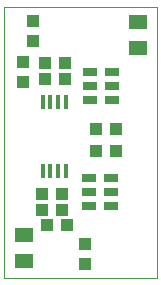
<source format=gtp>
G75*
G70*
%OFA0B0*%
%FSLAX24Y24*%
%IPPOS*%
%LPD*%
%AMOC8*
5,1,8,0,0,1.08239X$1,22.5*
%
%ADD10C,0.0000*%
%ADD11R,0.0630X0.0472*%
%ADD12R,0.0394X0.0433*%
%ADD13R,0.0433X0.0394*%
%ADD14R,0.0138X0.0472*%
%ADD15R,0.0494X0.0276*%
D10*
X000900Y000980D02*
X000900Y010035D01*
X006018Y010035D01*
X006018Y000980D01*
X000900Y000980D01*
D11*
X001578Y001568D03*
X001578Y002434D03*
X005382Y008649D03*
X005382Y009516D03*
D12*
X004635Y005940D03*
X003965Y005940D03*
X002955Y007620D03*
X002955Y008140D03*
X002285Y008140D03*
X002285Y007620D03*
X002165Y003780D03*
X002165Y003260D03*
X002325Y002740D03*
X002835Y003260D03*
X002995Y002740D03*
X002835Y003780D03*
D13*
X003620Y002115D03*
X003620Y001445D03*
X003965Y005220D03*
X004635Y005220D03*
X001860Y008885D03*
X001860Y009555D03*
X001540Y008195D03*
X001540Y007525D03*
D14*
X002196Y006852D03*
X002452Y006852D03*
X002708Y006852D03*
X002964Y006852D03*
X002964Y004548D03*
X002708Y004548D03*
X002452Y004548D03*
X002196Y004548D03*
D15*
X003726Y004332D03*
X003726Y003860D03*
X003726Y003388D03*
X004474Y003388D03*
X004474Y003860D03*
X004474Y004332D03*
X004514Y006908D03*
X004514Y007380D03*
X004514Y007852D03*
X003766Y007852D03*
X003766Y007380D03*
X003766Y006908D03*
M02*

</source>
